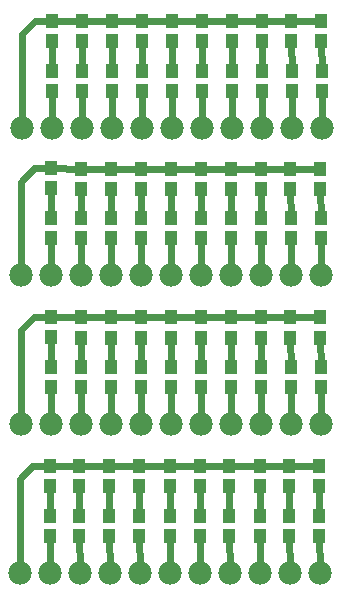
<source format=gtl>
G04 MADE WITH FRITZING*
G04 WWW.FRITZING.ORG*
G04 DOUBLE SIDED*
G04 HOLES PLATED*
G04 CONTOUR ON CENTER OF CONTOUR VECTOR*
%ASAXBY*%
%FSLAX23Y23*%
%MOIN*%
%OFA0B0*%
%SFA1.0B1.0*%
%ADD10C,0.078000*%
%ADD11R,0.043307X0.047244*%
%ADD12C,0.024000*%
%LNCOPPER1*%
G90*
G70*
G54D10*
X1085Y66D03*
X985Y66D03*
X885Y66D03*
X785Y66D03*
X685Y66D03*
X585Y66D03*
X485Y66D03*
X385Y66D03*
X285Y66D03*
X185Y66D03*
X85Y66D03*
X1090Y562D03*
X990Y562D03*
X890Y562D03*
X790Y562D03*
X690Y562D03*
X590Y562D03*
X490Y562D03*
X390Y562D03*
X290Y562D03*
X190Y562D03*
X90Y562D03*
X1090Y1058D03*
X990Y1058D03*
X890Y1058D03*
X790Y1058D03*
X690Y1058D03*
X590Y1058D03*
X490Y1058D03*
X390Y1058D03*
X290Y1058D03*
X190Y1058D03*
X90Y1058D03*
X1093Y1550D03*
X993Y1550D03*
X893Y1550D03*
X793Y1550D03*
X693Y1550D03*
X593Y1550D03*
X493Y1550D03*
X393Y1550D03*
X293Y1550D03*
X193Y1550D03*
X93Y1550D03*
G54D11*
X1083Y257D03*
X1083Y190D03*
X1088Y753D03*
X1088Y686D03*
X1088Y1249D03*
X1088Y1182D03*
X1092Y1740D03*
X1092Y1673D03*
X983Y257D03*
X983Y190D03*
X988Y753D03*
X988Y686D03*
X988Y1249D03*
X988Y1182D03*
X992Y1740D03*
X992Y1673D03*
X885Y257D03*
X885Y190D03*
X890Y753D03*
X890Y686D03*
X890Y1249D03*
X890Y1182D03*
X893Y1740D03*
X893Y1673D03*
X783Y257D03*
X783Y190D03*
X788Y753D03*
X788Y686D03*
X788Y1249D03*
X788Y1182D03*
X792Y1740D03*
X792Y1673D03*
X685Y257D03*
X685Y190D03*
X690Y753D03*
X690Y686D03*
X690Y1249D03*
X690Y1182D03*
X693Y1740D03*
X693Y1673D03*
X585Y257D03*
X585Y190D03*
X590Y753D03*
X590Y686D03*
X590Y1249D03*
X590Y1182D03*
X593Y1740D03*
X593Y1673D03*
X483Y257D03*
X483Y190D03*
X488Y753D03*
X488Y686D03*
X488Y1249D03*
X488Y1182D03*
X492Y1740D03*
X492Y1673D03*
X383Y257D03*
X383Y190D03*
X388Y753D03*
X388Y686D03*
X388Y1249D03*
X388Y1182D03*
X392Y1740D03*
X392Y1673D03*
X283Y257D03*
X283Y190D03*
X288Y753D03*
X288Y686D03*
X288Y1249D03*
X288Y1182D03*
X292Y1740D03*
X292Y1673D03*
X184Y257D03*
X184Y190D03*
X190Y753D03*
X190Y686D03*
X190Y1249D03*
X190Y1182D03*
X193Y1741D03*
X193Y1674D03*
X1081Y422D03*
X1081Y355D03*
X1087Y918D03*
X1087Y851D03*
X1087Y1414D03*
X1087Y1347D03*
X1090Y1906D03*
X1090Y1839D03*
X981Y422D03*
X981Y355D03*
X987Y918D03*
X987Y851D03*
X987Y1414D03*
X987Y1347D03*
X990Y1906D03*
X990Y1839D03*
X885Y422D03*
X885Y355D03*
X890Y918D03*
X890Y851D03*
X890Y1414D03*
X890Y1347D03*
X893Y1906D03*
X893Y1839D03*
X783Y422D03*
X783Y355D03*
X788Y918D03*
X788Y851D03*
X788Y1414D03*
X788Y1347D03*
X792Y1906D03*
X792Y1839D03*
X685Y422D03*
X685Y355D03*
X690Y918D03*
X690Y851D03*
X690Y1414D03*
X690Y1347D03*
X693Y1906D03*
X693Y1839D03*
X585Y422D03*
X585Y355D03*
X590Y918D03*
X590Y851D03*
X590Y1414D03*
X590Y1347D03*
X593Y1906D03*
X593Y1839D03*
X483Y422D03*
X483Y355D03*
X488Y918D03*
X488Y851D03*
X488Y1414D03*
X488Y1347D03*
X492Y1906D03*
X492Y1839D03*
X383Y422D03*
X383Y355D03*
X388Y918D03*
X388Y851D03*
X388Y1414D03*
X388Y1347D03*
X392Y1906D03*
X392Y1839D03*
X283Y422D03*
X283Y355D03*
X288Y918D03*
X288Y851D03*
X288Y1414D03*
X288Y1347D03*
X292Y1906D03*
X292Y1839D03*
X184Y423D03*
X184Y356D03*
X189Y919D03*
X189Y852D03*
X189Y1415D03*
X189Y1348D03*
X192Y1906D03*
X192Y1840D03*
G54D12*
X185Y96D02*
X184Y172D01*
D02*
X190Y592D02*
X190Y668D01*
D02*
X190Y1088D02*
X190Y1164D01*
D02*
X193Y1580D02*
X193Y1656D01*
D02*
X283Y172D02*
X284Y96D01*
D02*
X288Y668D02*
X289Y592D01*
D02*
X288Y1164D02*
X289Y1088D01*
D02*
X292Y1655D02*
X293Y1580D01*
D02*
X384Y96D02*
X383Y172D01*
D02*
X389Y592D02*
X388Y668D01*
D02*
X389Y1088D02*
X388Y1164D01*
D02*
X393Y1580D02*
X392Y1655D01*
D02*
X483Y172D02*
X484Y96D01*
D02*
X488Y668D02*
X489Y592D01*
D02*
X488Y1164D02*
X489Y1088D01*
D02*
X492Y1655D02*
X493Y1580D01*
D02*
X585Y96D02*
X585Y172D01*
D02*
X590Y592D02*
X590Y668D01*
D02*
X590Y1088D02*
X590Y1164D01*
D02*
X593Y1580D02*
X593Y1655D01*
D02*
X685Y172D02*
X685Y96D01*
D02*
X690Y668D02*
X690Y592D01*
D02*
X690Y1164D02*
X690Y1088D01*
D02*
X693Y1655D02*
X693Y1580D01*
D02*
X784Y96D02*
X783Y172D01*
D02*
X789Y592D02*
X788Y668D01*
D02*
X789Y1088D02*
X788Y1164D01*
D02*
X793Y1580D02*
X792Y1655D01*
D02*
X885Y172D02*
X885Y96D01*
D02*
X890Y668D02*
X890Y592D01*
D02*
X890Y1164D02*
X890Y1088D01*
D02*
X893Y1655D02*
X893Y1580D01*
D02*
X984Y96D02*
X983Y172D01*
D02*
X989Y592D02*
X988Y668D01*
D02*
X989Y1088D02*
X988Y1164D01*
D02*
X993Y1580D02*
X992Y1655D01*
D02*
X1083Y172D02*
X1084Y96D01*
D02*
X1088Y668D02*
X1089Y592D01*
D02*
X1088Y1164D02*
X1089Y1088D01*
D02*
X1092Y1655D02*
X1093Y1580D01*
D02*
X184Y275D02*
X184Y338D01*
D02*
X189Y771D02*
X189Y834D01*
D02*
X189Y1267D02*
X189Y1330D01*
D02*
X193Y1759D02*
X192Y1821D01*
D02*
X283Y337D02*
X283Y275D01*
D02*
X288Y833D02*
X288Y771D01*
D02*
X288Y1329D02*
X288Y1267D01*
D02*
X292Y1821D02*
X292Y1758D01*
D02*
X383Y275D02*
X383Y337D01*
D02*
X388Y771D02*
X388Y833D01*
D02*
X388Y1267D02*
X388Y1329D01*
D02*
X392Y1758D02*
X392Y1821D01*
D02*
X483Y337D02*
X483Y275D01*
D02*
X488Y833D02*
X488Y771D01*
D02*
X488Y1329D02*
X488Y1267D01*
D02*
X492Y1821D02*
X492Y1758D01*
D02*
X585Y275D02*
X585Y337D01*
D02*
X590Y771D02*
X590Y833D01*
D02*
X590Y1267D02*
X590Y1329D01*
D02*
X593Y1758D02*
X593Y1821D01*
D02*
X685Y337D02*
X685Y275D01*
D02*
X690Y833D02*
X690Y771D01*
D02*
X690Y1329D02*
X690Y1267D01*
D02*
X693Y1821D02*
X693Y1758D01*
D02*
X783Y275D02*
X783Y337D01*
D02*
X788Y771D02*
X788Y833D01*
D02*
X788Y1267D02*
X788Y1329D01*
D02*
X792Y1758D02*
X792Y1821D01*
D02*
X885Y337D02*
X885Y275D01*
D02*
X890Y833D02*
X890Y771D01*
D02*
X890Y1329D02*
X890Y1267D01*
D02*
X893Y1821D02*
X893Y1758D01*
D02*
X983Y275D02*
X982Y337D01*
D02*
X988Y771D02*
X987Y833D01*
D02*
X988Y1267D02*
X987Y1329D01*
D02*
X991Y1758D02*
X990Y1821D01*
D02*
X1082Y337D02*
X1083Y275D01*
D02*
X1087Y833D02*
X1088Y771D01*
D02*
X1087Y1329D02*
X1088Y1267D01*
D02*
X1090Y1821D02*
X1091Y1758D01*
D02*
X267Y422D02*
X200Y423D01*
D02*
X272Y918D02*
X205Y919D01*
D02*
X272Y1414D02*
X205Y1415D01*
D02*
X276Y1906D02*
X208Y1906D01*
D02*
X299Y422D02*
X367Y422D01*
D02*
X304Y918D02*
X372Y918D01*
D02*
X304Y1414D02*
X372Y1414D01*
D02*
X308Y1906D02*
X376Y1906D01*
D02*
X399Y422D02*
X467Y422D01*
D02*
X404Y918D02*
X472Y918D01*
D02*
X404Y1414D02*
X472Y1414D01*
D02*
X408Y1906D02*
X476Y1906D01*
D02*
X499Y422D02*
X569Y422D01*
D02*
X504Y918D02*
X574Y918D01*
D02*
X504Y1414D02*
X574Y1414D01*
D02*
X508Y1906D02*
X577Y1906D01*
D02*
X601Y422D02*
X669Y422D01*
D02*
X606Y918D02*
X674Y918D01*
D02*
X606Y1414D02*
X674Y1414D01*
D02*
X609Y1906D02*
X677Y1906D01*
D02*
X701Y422D02*
X767Y422D01*
D02*
X706Y918D02*
X772Y918D01*
D02*
X706Y1414D02*
X772Y1414D01*
D02*
X709Y1906D02*
X776Y1906D01*
D02*
X799Y422D02*
X869Y422D01*
D02*
X804Y918D02*
X874Y918D01*
D02*
X804Y1414D02*
X874Y1414D01*
D02*
X808Y1906D02*
X877Y1906D01*
D02*
X901Y422D02*
X965Y422D01*
D02*
X906Y918D02*
X971Y918D01*
D02*
X906Y1414D02*
X971Y1414D01*
D02*
X909Y1906D02*
X974Y1906D01*
D02*
X998Y422D02*
X1065Y422D01*
D02*
X1003Y918D02*
X1071Y918D01*
D02*
X1003Y1414D02*
X1071Y1414D01*
D02*
X1006Y1906D02*
X1074Y1906D01*
D02*
X84Y379D02*
X127Y423D01*
D02*
X85Y96D02*
X84Y379D01*
D02*
X127Y423D02*
X167Y423D01*
D02*
X90Y592D02*
X89Y875D01*
D02*
X89Y875D02*
X132Y919D01*
D02*
X132Y919D02*
X173Y919D01*
D02*
X90Y1088D02*
X89Y1371D01*
D02*
X132Y1415D02*
X173Y1415D01*
D02*
X89Y1371D02*
X132Y1415D01*
D02*
X136Y1907D02*
X176Y1907D01*
D02*
X93Y1862D02*
X136Y1907D01*
D02*
X93Y1580D02*
X93Y1862D01*
G04 End of Copper1*
M02*
</source>
